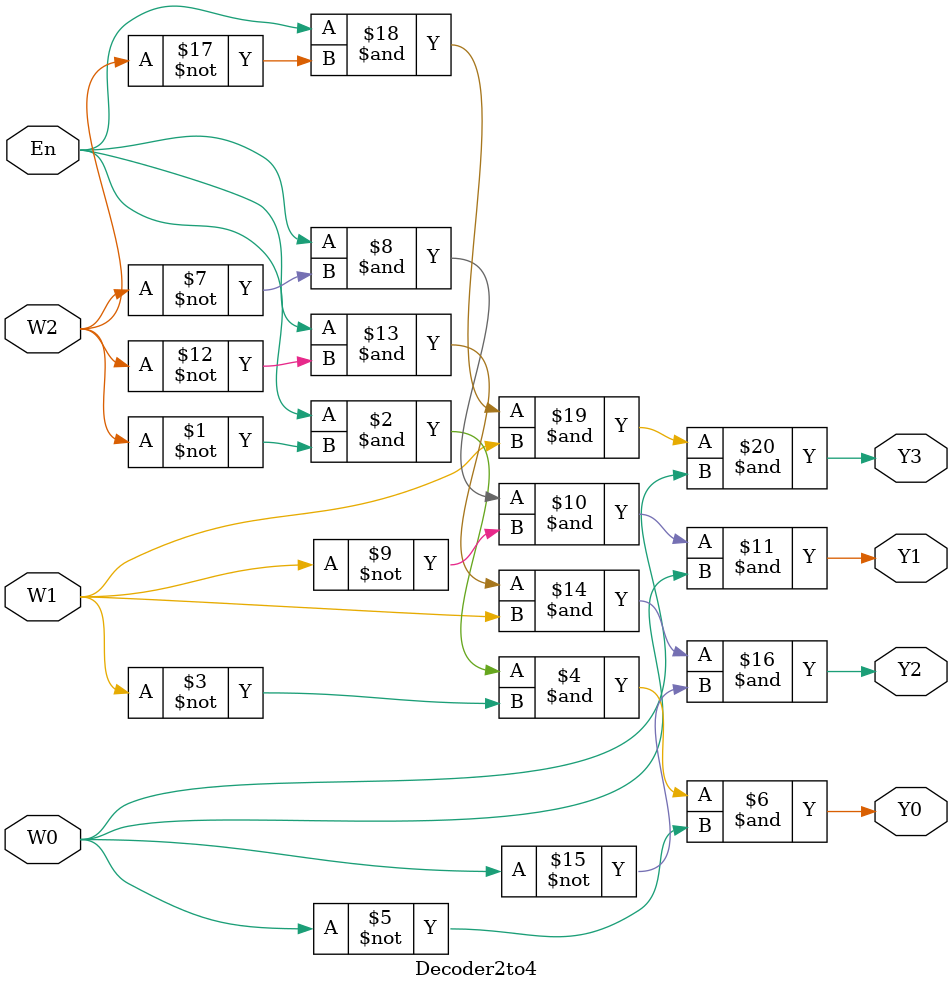
<source format=v>
module Decoder2to4 (En, W2, W1, W0, Y0, Y1, Y2, Y3);
	input En, W2, W1, W0;
	output Y0, Y1, Y2, Y3;
	assign Y0 = (En &(~W2) & (~W1) & (~W0)),
	       Y1 = (En & (~W2) & (~W1) & W0),
			 Y2 = (En & (~W2) & W1 & (~W0)),
			 Y3 = (En & (~W2) & W1 & W0);
endmodule
</source>
